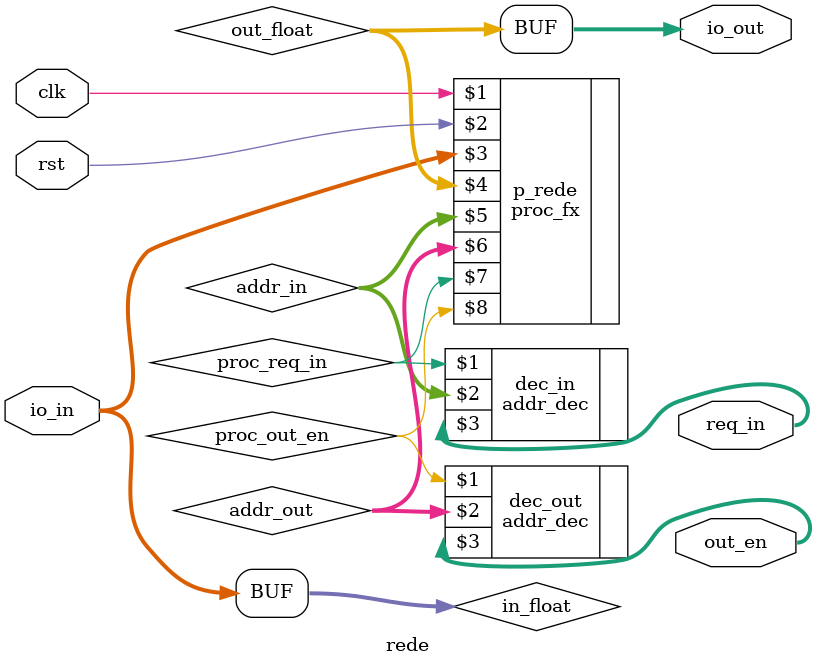
<source format=v>
module rede (
input clk, rst,
input signed [30:0] io_in,
output signed [30:0] io_out,
output [3:0] req_in,
output [3:0] out_en);

wire signed [30:0] in_float;
wire signed [30:0] out_float;

assign in_float = io_in;

wire proc_req_in, proc_out_en;
wire [1:0] addr_in;
wire [1:0] addr_out;

proc_fx #(.NUBITS(31),
.MDATAS(32920),
.MINSTS(591),
.SDEPTH(4),
.NUIOIN(4),
.NUIOOU(4),
.NUGAIN(64),
.MLT(1),
.ADD(1),
.LES(1),
.LAN(1),
.ABS(1),
.NORMS(1),
.SRF(1),
.DFILE("C:/Users/melis/Desktop/GitDesk/rede/rede/Hardware/rede_H/rede_data.mif"),
.IFILE("C:/Users/melis/Desktop/GitDesk/rede/rede/Hardware/rede_H/rede_inst.mif")
) p_rede (clk, rst, in_float, out_float, addr_in, addr_out, proc_req_in, proc_out_en);

assign io_out = out_float;

addr_dec #(4) dec_in (proc_req_in, addr_in , req_in);
addr_dec #(4) dec_out(proc_out_en, addr_out, out_en);

endmodule

</source>
